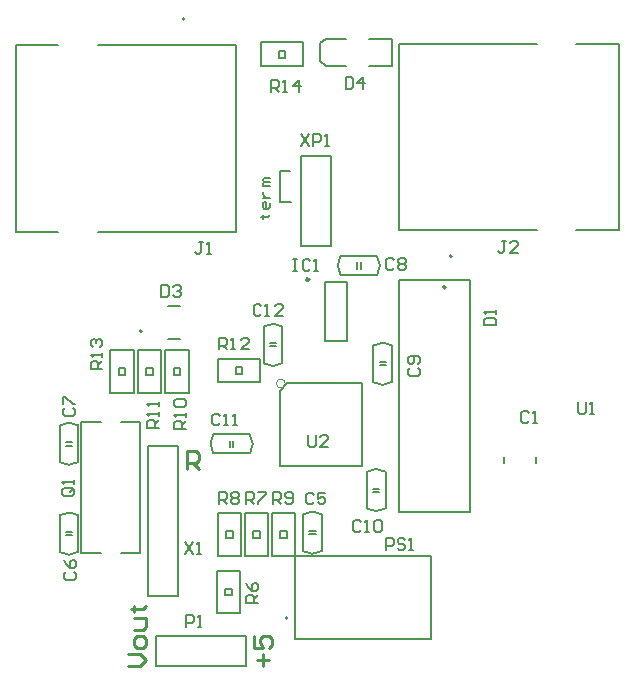
<source format=gto>
G04*
G04 #@! TF.GenerationSoftware,Altium Limited,Altium Designer,20.0.13 (296)*
G04*
G04 Layer_Color=65535*
%FSLAX44Y44*%
%MOMM*%
G71*
G01*
G75*
%ADD10C,0.2000*%
%ADD11C,0.1500*%
%ADD12C,0.0000*%
%ADD13C,0.2500*%
%ADD14C,0.1270*%
%ADD15C,0.2540*%
D10*
X341500Y364150D02*
G03*
X341500Y364150I-1000J0D01*
G01*
X115250Y565150D02*
G03*
X115250Y565150I-1000J0D01*
G01*
X79000Y300750D02*
G03*
X79000Y300750I-1000J0D01*
G01*
X202300Y58020D02*
G03*
X202300Y58020I-1000J0D01*
G01*
X195500Y409750D02*
X205000D01*
X195500D02*
Y436500D01*
X204750D01*
X90500Y17550D02*
Y42950D01*
X166700D01*
Y17550D02*
Y42950D01*
X90500Y17550D02*
X166700D01*
X84300Y203600D02*
X109700D01*
Y76600D02*
Y203600D01*
X84300Y76600D02*
Y203600D01*
Y76600D02*
X109700D01*
X234500Y525500D02*
X251500D01*
X229500Y544500D02*
X234500Y548500D01*
X229500Y529500D02*
X234500Y525500D01*
Y548500D02*
X251500D01*
X229500Y529500D02*
Y544500D01*
X290500Y525500D02*
Y548500D01*
X271500Y525500D02*
X290500D01*
X271500Y548500D02*
X290500D01*
X27500Y112750D02*
X44000D01*
X61000D02*
X77500D01*
X61000Y223750D02*
X77500D01*
X27500D02*
X44000D01*
X77500Y112750D02*
Y223750D01*
X27500Y112750D02*
Y223750D01*
X234250Y292000D02*
Y342000D01*
X252250Y292000D02*
Y342000D01*
X234250D02*
X252250D01*
X234250Y292000D02*
X252250D01*
X239450Y372400D02*
Y448600D01*
X214050Y372400D02*
Y448600D01*
Y372400D02*
X239450D01*
X214050Y448600D02*
X239450D01*
X179419Y397166D02*
X181085D01*
Y395500D01*
Y398832D01*
Y397166D01*
X186084D01*
X187750Y398832D01*
Y408829D02*
Y405497D01*
X186084Y403831D01*
X182752D01*
X181085Y405497D01*
Y408829D01*
X182752Y410495D01*
X184418D01*
Y403831D01*
X181085Y413827D02*
X187750D01*
X184418D01*
X182752Y415494D01*
X181085Y417160D01*
Y418826D01*
X187750Y423824D02*
X181085D01*
Y425490D01*
X182752Y427156D01*
X187750D01*
X182752D01*
X181085Y428823D01*
X182752Y430489D01*
X187750D01*
X116086Y50002D02*
Y59998D01*
X121084D01*
X122750Y58332D01*
Y55000D01*
X121084Y53334D01*
X116086D01*
X126082Y50002D02*
X129415D01*
X127748D01*
Y59998D01*
X126082Y58332D01*
X115836Y121998D02*
X122500Y112002D01*
Y121998D02*
X115836Y112002D01*
X125832D02*
X129164D01*
X127498D01*
Y121998D01*
X125832Y120332D01*
X406967Y231087D02*
X405300Y232753D01*
X401968D01*
X400302Y231087D01*
Y224422D01*
X401968Y222756D01*
X405300D01*
X406967Y224422D01*
X410299Y222756D02*
X413631D01*
X411965D01*
Y232753D01*
X410299Y231087D01*
X188504Y503252D02*
Y513248D01*
X193502D01*
X195168Y511582D01*
Y508250D01*
X193502Y506584D01*
X188504D01*
X191836D02*
X195168Y503252D01*
X198501D02*
X201833D01*
X200167D01*
Y513248D01*
X198501Y511582D01*
X211830Y503252D02*
Y513248D01*
X206831Y508250D01*
X213496D01*
X387084Y376998D02*
X383752D01*
X385418D01*
Y368668D01*
X383752Y367002D01*
X382085D01*
X380419Y368668D01*
X397081Y367002D02*
X390416D01*
X397081Y373666D01*
Y375332D01*
X395415Y376998D01*
X392082D01*
X390416Y375332D01*
X251419Y515998D02*
Y506002D01*
X256418D01*
X258084Y507668D01*
Y514332D01*
X256418Y515998D01*
X251419D01*
X266415Y506002D02*
Y515998D01*
X261416Y511000D01*
X268081D01*
X213837Y467498D02*
X220502Y457502D01*
Y467498D02*
X213837Y457502D01*
X223834D02*
Y467498D01*
X228832D01*
X230498Y465832D01*
Y462500D01*
X228832Y460834D01*
X223834D01*
X233831Y457502D02*
X237163D01*
X235497D01*
Y467498D01*
X233831Y465832D01*
X219669Y212998D02*
Y204668D01*
X221336Y203002D01*
X224668D01*
X226334Y204668D01*
Y212998D01*
X236331Y203002D02*
X229666D01*
X236331Y209666D01*
Y211332D01*
X234664Y212998D01*
X231332D01*
X229666Y211332D01*
X448086Y240748D02*
Y232418D01*
X449752Y230752D01*
X453084D01*
X454750Y232418D01*
Y240748D01*
X458082Y230752D02*
X461414D01*
X459748D01*
Y240748D01*
X458082Y239082D01*
X45498Y268754D02*
X35502D01*
Y273752D01*
X37168Y275418D01*
X40500D01*
X42166Y273752D01*
Y268754D01*
Y272086D02*
X45498Y275418D01*
Y278751D02*
Y282083D01*
Y280417D01*
X35502D01*
X37168Y278751D01*
Y287081D02*
X35502Y288748D01*
Y292080D01*
X37168Y293746D01*
X38834D01*
X40500Y292080D01*
Y290414D01*
Y292080D01*
X42166Y293746D01*
X43832D01*
X45498Y292080D01*
Y288748D01*
X43832Y287081D01*
X93498Y218670D02*
X83502D01*
Y223669D01*
X85168Y225335D01*
X88500D01*
X90166Y223669D01*
Y218670D01*
Y222002D02*
X93498Y225335D01*
Y228667D02*
Y231999D01*
Y230333D01*
X83502D01*
X85168Y228667D01*
X93498Y236998D02*
Y240330D01*
Y238664D01*
X83502D01*
X85168Y236998D01*
X116248Y218254D02*
X106252D01*
Y223252D01*
X107918Y224918D01*
X111250D01*
X112916Y223252D01*
Y218254D01*
Y221586D02*
X116248Y224918D01*
Y228251D02*
Y231583D01*
Y229917D01*
X106252D01*
X107918Y228251D01*
Y236581D02*
X106252Y238248D01*
Y241580D01*
X107918Y243246D01*
X114582D01*
X116248Y241580D01*
Y238248D01*
X114582Y236581D01*
X107918D01*
X144270Y285240D02*
Y295237D01*
X149268D01*
X150934Y293571D01*
Y290238D01*
X149268Y288572D01*
X144270D01*
X147602D02*
X150934Y285240D01*
X154267D02*
X157599D01*
X155933D01*
Y295237D01*
X154267Y293571D01*
X169262Y285240D02*
X162597D01*
X169262Y291905D01*
Y293571D01*
X167596Y295237D01*
X164264D01*
X162597Y293571D01*
X189990Y154684D02*
Y164681D01*
X194988D01*
X196654Y163015D01*
Y159682D01*
X194988Y158016D01*
X189990D01*
X193322D02*
X196654Y154684D01*
X199987Y156350D02*
X201653Y154684D01*
X204985D01*
X206651Y156350D01*
Y163015D01*
X204985Y164681D01*
X201653D01*
X199987Y163015D01*
Y161348D01*
X201653Y159682D01*
X206651D01*
X144524Y154684D02*
Y164681D01*
X149522D01*
X151188Y163015D01*
Y159682D01*
X149522Y158016D01*
X144524D01*
X147856D02*
X151188Y154684D01*
X154521Y163015D02*
X156187Y164681D01*
X159519D01*
X161185Y163015D01*
Y161348D01*
X159519Y159682D01*
X161185Y158016D01*
Y156350D01*
X159519Y154684D01*
X156187D01*
X154521Y156350D01*
Y158016D01*
X156187Y159682D01*
X154521Y161348D01*
Y163015D01*
X156187Y159682D02*
X159519D01*
X167130Y154684D02*
Y164681D01*
X172128D01*
X173794Y163015D01*
Y159682D01*
X172128Y158016D01*
X167130D01*
X170462D02*
X173794Y154684D01*
X177127Y164681D02*
X183791D01*
Y163015D01*
X177127Y156350D01*
Y154684D01*
X176998Y70419D02*
X167002D01*
Y75418D01*
X168668Y77084D01*
X172000D01*
X173666Y75418D01*
Y70419D01*
Y73752D02*
X176998Y77084D01*
X167002Y87081D02*
X168668Y83748D01*
X172000Y80416D01*
X175332D01*
X176998Y82082D01*
Y85415D01*
X175332Y87081D01*
X173666D01*
X172000Y85415D01*
Y80416D01*
X19832Y167750D02*
X13168D01*
X11502Y166084D01*
Y162752D01*
X13168Y161085D01*
X19832D01*
X21498Y162752D01*
Y166084D01*
X18166Y164418D02*
X21498Y167750D01*
Y166084D02*
X19832Y167750D01*
X21498Y171082D02*
Y174415D01*
Y172748D01*
X11502D01*
X13168Y171082D01*
X285387Y115752D02*
Y125748D01*
X290385D01*
X292052Y124082D01*
Y120750D01*
X290385Y119084D01*
X285387D01*
X302048Y124082D02*
X300382Y125748D01*
X297050D01*
X295384Y124082D01*
Y122416D01*
X297050Y120750D01*
X300382D01*
X302048Y119084D01*
Y117418D01*
X300382Y115752D01*
X297050D01*
X295384Y117418D01*
X305381Y115752D02*
X308713D01*
X307047D01*
Y125748D01*
X305381Y124082D01*
X130750Y376248D02*
X127418D01*
X129084D01*
Y367918D01*
X127418Y366252D01*
X125752D01*
X124086Y367918D01*
X134082Y366252D02*
X137415D01*
X135748D01*
Y376248D01*
X134082Y374582D01*
X206670Y361998D02*
X210002D01*
X208336D01*
Y352002D01*
X206670D01*
X210002D01*
X221665Y360332D02*
X219999Y361998D01*
X216667D01*
X215001Y360332D01*
Y353668D01*
X216667Y352002D01*
X219999D01*
X221665Y353668D01*
X224998Y352002D02*
X228330D01*
X226664D01*
Y361998D01*
X224998Y360332D01*
X95419Y339748D02*
Y329752D01*
X100418D01*
X102084Y331418D01*
Y338082D01*
X100418Y339748D01*
X95419D01*
X105416Y338082D02*
X107082Y339748D01*
X110414D01*
X112081Y338082D01*
Y336416D01*
X110414Y334750D01*
X108748D01*
X110414D01*
X112081Y333084D01*
Y331418D01*
X110414Y329752D01*
X107082D01*
X105416Y331418D01*
X369002Y305585D02*
X378998D01*
Y310584D01*
X377332Y312250D01*
X370668D01*
X369002Y310584D01*
Y305585D01*
X378998Y315582D02*
Y318915D01*
Y317248D01*
X369002D01*
X370668Y315582D01*
X292584Y360832D02*
X290918Y362498D01*
X287586D01*
X285919Y360832D01*
Y354168D01*
X287586Y352502D01*
X290918D01*
X292584Y354168D01*
X295916Y360832D02*
X297582Y362498D01*
X300914D01*
X302581Y360832D01*
Y359166D01*
X300914Y357500D01*
X302581Y355834D01*
Y354168D01*
X300914Y352502D01*
X297582D01*
X295916Y354168D01*
Y355834D01*
X297582Y357500D01*
X295916Y359166D01*
Y360832D01*
X297582Y357500D02*
X300914D01*
X14668Y96834D02*
X13002Y95168D01*
Y91835D01*
X14668Y90169D01*
X21332D01*
X22998Y91835D01*
Y95168D01*
X21332Y96834D01*
X13002Y106831D02*
X14668Y103498D01*
X18000Y100166D01*
X21332D01*
X22998Y101832D01*
Y105164D01*
X21332Y106831D01*
X19666D01*
X18000Y105164D01*
Y100166D01*
X13918Y235334D02*
X12252Y233668D01*
Y230336D01*
X13918Y228669D01*
X20582D01*
X22248Y230336D01*
Y233668D01*
X20582Y235334D01*
X12252Y238666D02*
Y245331D01*
X13918D01*
X20582Y238666D01*
X22248D01*
X180168Y322082D02*
X178502Y323748D01*
X175170D01*
X173504Y322082D01*
Y315418D01*
X175170Y313752D01*
X178502D01*
X180168Y315418D01*
X183501Y313752D02*
X186833D01*
X185167D01*
Y323748D01*
X183501Y322082D01*
X198496Y313752D02*
X191831D01*
X198496Y320416D01*
Y322082D01*
X196830Y323748D01*
X193498D01*
X191831Y322082D01*
X144838Y229309D02*
X143172Y230975D01*
X139840D01*
X138174Y229309D01*
Y222644D01*
X139840Y220978D01*
X143172D01*
X144838Y222644D01*
X148171Y220978D02*
X151503D01*
X149837D01*
Y230975D01*
X148171Y229309D01*
X156501Y220978D02*
X159834D01*
X158168D01*
Y230975D01*
X156501Y229309D01*
X305918Y269584D02*
X304252Y267918D01*
Y264585D01*
X305918Y262919D01*
X312582D01*
X314248Y264585D01*
Y267918D01*
X312582Y269584D01*
Y272916D02*
X314248Y274582D01*
Y277915D01*
X312582Y279581D01*
X305918D01*
X304252Y277915D01*
Y274582D01*
X305918Y272916D01*
X307584D01*
X309250Y274582D01*
Y279581D01*
X264169Y139082D02*
X262502Y140748D01*
X259170D01*
X257504Y139082D01*
Y132418D01*
X259170Y130752D01*
X262502D01*
X264169Y132418D01*
X267501Y130752D02*
X270833D01*
X269167D01*
Y140748D01*
X267501Y139082D01*
X275832D02*
X277498Y140748D01*
X280830D01*
X282496Y139082D01*
Y132418D01*
X280830Y130752D01*
X277498D01*
X275832Y132418D01*
Y139082D01*
X224334Y162332D02*
X222668Y163998D01*
X219335D01*
X217669Y162332D01*
Y155668D01*
X219335Y154002D01*
X222668D01*
X224334Y155668D01*
X234331Y163998D02*
X227666D01*
Y159000D01*
X230998Y160666D01*
X232665D01*
X234331Y159000D01*
Y155668D01*
X232665Y154002D01*
X229332D01*
X227666Y155668D01*
D11*
X9237Y189845D02*
G03*
X25150Y189950I7877J12168D01*
G01*
X25262Y220954D02*
G03*
X9350Y220850I-7877J-12168D01*
G01*
X25262Y144904D02*
G03*
X9350Y144800I-7877J-12168D01*
G01*
X9237Y113795D02*
G03*
X25150Y113900I7877J12168D01*
G01*
X198013Y304655D02*
G03*
X182100Y304550I-7877J-12168D01*
G01*
X181987Y273545D02*
G03*
X197900Y273650I7877J12168D01*
G01*
X231262Y145654D02*
G03*
X215350Y145550I-7877J-12168D01*
G01*
X215238Y114545D02*
G03*
X231150Y114650I7877J12168D01*
G01*
X278155Y348237D02*
G03*
X278050Y364150I-12168J7877D01*
G01*
X247045Y364263D02*
G03*
X247150Y348350I12168J-7877D01*
G01*
X290763Y288654D02*
G03*
X274850Y288550I-7877J-12168D01*
G01*
X274737Y257546D02*
G03*
X290650Y257650I7877J12168D01*
G01*
X269237Y150596D02*
G03*
X285150Y150700I7877J12168D01*
G01*
X285263Y181705D02*
G03*
X269350Y181600I-7877J-12168D01*
G01*
X170455Y197237D02*
G03*
X170350Y213150I-12168J7877D01*
G01*
X139345Y213263D02*
G03*
X139450Y197350I12168J-7877D01*
G01*
X179750Y525250D02*
X215750D01*
X179750D02*
Y545250D01*
X215750Y525250D02*
Y545250D01*
X179750D02*
X215750D01*
X195000Y538000D02*
X200500D01*
X195000Y532250D02*
Y538000D01*
Y532250D02*
X200500D01*
Y538000D01*
X149250Y77000D02*
X155000D01*
X149250D02*
Y82500D01*
X155000D01*
Y77000D02*
Y82500D01*
X162250Y61750D02*
Y97750D01*
X142250Y61750D02*
X162250D01*
X142250Y97750D02*
X162250D01*
X142250Y61750D02*
Y97750D01*
X25250Y190000D02*
Y220750D01*
X9250Y190000D02*
Y220750D01*
X14550Y203850D02*
X19850D01*
X14550Y206650D02*
X19850D01*
X9250Y114000D02*
Y144750D01*
X25250Y114000D02*
Y144750D01*
X14650Y130900D02*
X19950D01*
X14650Y128100D02*
X19950D01*
X182000Y273750D02*
Y304500D01*
X198000Y273750D02*
Y304500D01*
X187400Y290650D02*
X192700D01*
X187400Y287850D02*
X192700D01*
X215250Y114750D02*
Y145500D01*
X231250Y114750D02*
Y145500D01*
X220650Y131650D02*
X225950D01*
X220650Y128850D02*
X225950D01*
X105750Y263750D02*
X111500D01*
X105750D02*
Y269250D01*
X111500D01*
Y263750D02*
Y269250D01*
X118750Y248500D02*
Y284500D01*
X98750Y248500D02*
X118750D01*
X98750Y284500D02*
X118750D01*
X98750Y248500D02*
Y284500D01*
X82250Y263750D02*
X88000D01*
X82250D02*
Y269250D01*
X88000D01*
Y263750D02*
Y269250D01*
X95250Y248500D02*
Y284500D01*
X75250Y248500D02*
X95250D01*
X75250Y284500D02*
X95250D01*
X75250Y248500D02*
Y284500D01*
X59250Y263750D02*
X65000D01*
X59250D02*
Y269250D01*
X65000D01*
Y263750D02*
Y269250D01*
X72250Y248500D02*
Y284500D01*
X52250Y248500D02*
X72250D01*
X52250Y284500D02*
X72250D01*
X52250Y248500D02*
Y284500D01*
X247250Y364250D02*
X278000D01*
X247250Y348250D02*
X278000D01*
X264150Y353550D02*
Y358850D01*
X261350Y353550D02*
Y358850D01*
X274750Y257750D02*
Y288500D01*
X290750Y257750D02*
Y288500D01*
X280150Y274650D02*
X285450D01*
X280150Y271850D02*
X285450D01*
X285250Y150750D02*
Y181500D01*
X269250Y150750D02*
Y181500D01*
X274550Y164600D02*
X279850D01*
X274550Y167400D02*
X279850D01*
X186000Y110750D02*
Y146750D01*
X166000Y110750D02*
X186000D01*
X166000Y146750D02*
X186000D01*
X166000Y110750D02*
Y146750D01*
X173250Y126000D02*
Y131500D01*
Y126000D02*
X179000D01*
Y131500D01*
X173250D02*
X179000D01*
X143250Y110750D02*
Y146750D01*
X163250D01*
X143250Y110750D02*
X163250D01*
Y146750D01*
X156000Y126000D02*
Y131500D01*
X150250D02*
X156000D01*
X150250Y126000D02*
Y131500D01*
Y126000D02*
X156000D01*
X208750Y110750D02*
Y146750D01*
X188750Y110750D02*
X208750D01*
X188750Y146750D02*
X208750D01*
X188750Y110750D02*
Y146750D01*
X196000Y126000D02*
Y131500D01*
Y126000D02*
X201750D01*
Y131500D01*
X196000D02*
X201750D01*
X143000Y257500D02*
X179000D01*
X143000D02*
Y277500D01*
X179000Y257500D02*
Y277500D01*
X143000D02*
X179000D01*
X158250Y270250D02*
X163750D01*
X158250Y264500D02*
Y270250D01*
Y264500D02*
X163750D01*
Y270250D01*
X156150Y202650D02*
Y207950D01*
X153350Y202650D02*
Y207950D01*
X139500Y213250D02*
X170250D01*
X139500Y197250D02*
X170250D01*
D12*
X200410Y256350D02*
G03*
X200410Y256350I-3810J0D01*
G01*
D13*
X220500Y344550D02*
G03*
X220500Y344550I-1250J0D01*
G01*
D14*
X336414Y337950D02*
G03*
X336414Y337950I-1414J0D01*
G01*
X412750Y189150D02*
Y194350D01*
X385750Y189150D02*
Y194350D01*
X296500Y386250D02*
X413300D01*
X296500D02*
Y544250D01*
X413300D01*
X482500Y386250D02*
Y544250D01*
X446700Y386250D02*
X482500D01*
X446700Y544250D02*
X482500D01*
X41450Y543050D02*
X158250D01*
Y385050D02*
Y543050D01*
X41450Y385050D02*
X158250D01*
X-27750D02*
Y543050D01*
X8050D01*
X-27750Y385050D02*
X8050D01*
X265500Y186750D02*
Y256750D01*
X195500Y186750D02*
X265500D01*
X195500D02*
Y250110D01*
X202140Y256750D01*
X265500D01*
X296500Y147950D02*
Y344450D01*
Y147950D02*
X356500D01*
Y344450D01*
X296500D02*
X356500D01*
X101250Y321750D02*
X111250D01*
X101250Y293750D02*
X111250D01*
X208800Y110750D02*
X323800D01*
Y39750D02*
Y110750D01*
X208800Y39750D02*
X323800D01*
X208800D02*
Y110750D01*
D15*
X181593Y17040D02*
Y27197D01*
X176514Y22118D02*
X186671D01*
X173975Y42432D02*
Y32275D01*
X181593D01*
X179053Y37353D01*
Y39893D01*
X181593Y42432D01*
X186671D01*
X189210Y39893D01*
Y34814D01*
X186671Y32275D01*
X66975Y17290D02*
X77132D01*
X82210Y22368D01*
X77132Y27447D01*
X66975D01*
X82210Y35064D02*
Y40143D01*
X79671Y42682D01*
X74592D01*
X72053Y40143D01*
Y35064D01*
X74592Y32525D01*
X79671D01*
X82210Y35064D01*
X72053Y47760D02*
X79671D01*
X82210Y50299D01*
Y57917D01*
X72053D01*
X69514Y65534D02*
X72053D01*
Y62995D01*
Y68074D01*
Y65534D01*
X79671D01*
X82210Y68074D01*
X116790Y184040D02*
Y199275D01*
X124408D01*
X126947Y196736D01*
Y191658D01*
X124408Y189118D01*
X116790D01*
X121868D02*
X126947Y184040D01*
M02*

</source>
